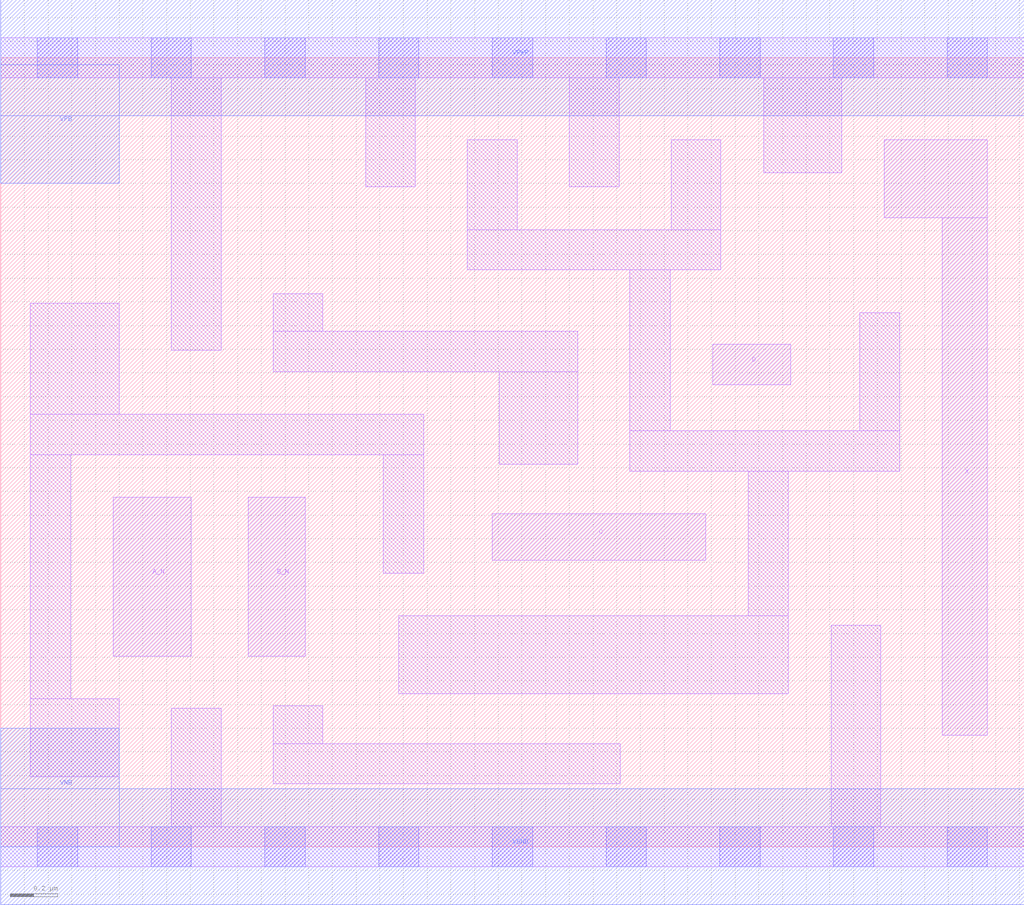
<source format=lef>
# Copyright 2020 The SkyWater PDK Authors
#
# Licensed under the Apache License, Version 2.0 (the "License");
# you may not use this file except in compliance with the License.
# You may obtain a copy of the License at
#
#     https://www.apache.org/licenses/LICENSE-2.0
#
# Unless required by applicable law or agreed to in writing, software
# distributed under the License is distributed on an "AS IS" BASIS,
# WITHOUT WARRANTIES OR CONDITIONS OF ANY KIND, either express or implied.
# See the License for the specific language governing permissions and
# limitations under the License.
#
# SPDX-License-Identifier: Apache-2.0

VERSION 5.5 ;
NAMESCASESENSITIVE ON ;
BUSBITCHARS "[]" ;
DIVIDERCHAR "/" ;
MACRO sky130_fd_sc_lp__and4bb_m
  CLASS CORE ;
  SOURCE USER ;
  ORIGIN  0.000000  0.000000 ;
  SIZE  4.320000 BY  3.330000 ;
  SYMMETRY X Y R90 ;
  SITE unit ;
  PIN A_N
    ANTENNAGATEAREA  0.126000 ;
    DIRECTION INPUT ;
    USE SIGNAL ;
    PORT
      LAYER li1 ;
        RECT 0.475000 0.805000 0.805000 1.475000 ;
    END
  END A_N
  PIN B_N
    ANTENNAGATEAREA  0.126000 ;
    DIRECTION INPUT ;
    USE SIGNAL ;
    PORT
      LAYER li1 ;
        RECT 1.045000 0.805000 1.285000 1.475000 ;
    END
  END B_N
  PIN C
    ANTENNAGATEAREA  0.126000 ;
    DIRECTION INPUT ;
    USE SIGNAL ;
    PORT
      LAYER li1 ;
        RECT 2.075000 1.210000 2.975000 1.405000 ;
    END
  END C
  PIN D
    ANTENNAGATEAREA  0.126000 ;
    DIRECTION INPUT ;
    USE SIGNAL ;
    PORT
      LAYER li1 ;
        RECT 3.005000 1.950000 3.335000 2.120000 ;
    END
  END D
  PIN X
    ANTENNADIFFAREA  0.222600 ;
    DIRECTION OUTPUT ;
    USE SIGNAL ;
    PORT
      LAYER li1 ;
        RECT 3.730000 2.655000 4.165000 2.985000 ;
        RECT 3.975000 0.470000 4.165000 2.655000 ;
    END
  END X
  PIN VGND
    DIRECTION INOUT ;
    USE GROUND ;
    PORT
      LAYER met1 ;
        RECT 0.000000 -0.245000 4.320000 0.245000 ;
    END
  END VGND
  PIN VNB
    DIRECTION INOUT ;
    USE GROUND ;
    PORT
    END
  END VNB
  PIN VPB
    DIRECTION INOUT ;
    USE POWER ;
    PORT
    END
  END VPB
  PIN VNB
    DIRECTION INOUT ;
    USE GROUND ;
    PORT
      LAYER met1 ;
        RECT 0.000000 0.000000 0.500000 0.500000 ;
    END
  END VNB
  PIN VPB
    DIRECTION INOUT ;
    USE POWER ;
    PORT
      LAYER met1 ;
        RECT 0.000000 2.800000 0.500000 3.300000 ;
    END
  END VPB
  PIN VPWR
    DIRECTION INOUT ;
    USE POWER ;
    PORT
      LAYER met1 ;
        RECT 0.000000 3.085000 4.320000 3.575000 ;
    END
  END VPWR
  OBS
    LAYER li1 ;
      RECT 0.000000 -0.085000 4.320000 0.085000 ;
      RECT 0.000000  3.245000 4.320000 3.415000 ;
      RECT 0.125000  0.295000 0.500000 0.625000 ;
      RECT 0.125000  0.625000 0.295000 1.655000 ;
      RECT 0.125000  1.655000 1.785000 1.825000 ;
      RECT 0.125000  1.825000 0.500000 2.295000 ;
      RECT 0.720000  0.085000 0.930000 0.585000 ;
      RECT 0.720000  2.095000 0.930000 3.245000 ;
      RECT 1.150000  0.265000 2.615000 0.435000 ;
      RECT 1.150000  0.435000 1.360000 0.595000 ;
      RECT 1.150000  2.005000 2.435000 2.175000 ;
      RECT 1.150000  2.175000 1.360000 2.335000 ;
      RECT 1.540000  2.785000 1.750000 3.245000 ;
      RECT 1.615000  1.155000 1.785000 1.655000 ;
      RECT 1.680000  0.645000 3.325000 0.975000 ;
      RECT 1.970000  2.435000 3.040000 2.605000 ;
      RECT 1.970000  2.605000 2.180000 2.985000 ;
      RECT 2.105000  1.615000 2.435000 2.005000 ;
      RECT 2.400000  2.785000 2.610000 3.245000 ;
      RECT 2.655000  1.585000 3.795000 1.755000 ;
      RECT 2.655000  1.755000 2.825000 2.435000 ;
      RECT 2.830000  2.605000 3.040000 2.985000 ;
      RECT 3.155000  0.975000 3.325000 1.585000 ;
      RECT 3.220000  2.845000 3.550000 3.245000 ;
      RECT 3.505000  0.085000 3.715000 0.935000 ;
      RECT 3.625000  1.755000 3.795000 2.255000 ;
    LAYER mcon ;
      RECT 0.155000 -0.085000 0.325000 0.085000 ;
      RECT 0.155000  3.245000 0.325000 3.415000 ;
      RECT 0.635000 -0.085000 0.805000 0.085000 ;
      RECT 0.635000  3.245000 0.805000 3.415000 ;
      RECT 1.115000 -0.085000 1.285000 0.085000 ;
      RECT 1.115000  3.245000 1.285000 3.415000 ;
      RECT 1.595000 -0.085000 1.765000 0.085000 ;
      RECT 1.595000  3.245000 1.765000 3.415000 ;
      RECT 2.075000 -0.085000 2.245000 0.085000 ;
      RECT 2.075000  3.245000 2.245000 3.415000 ;
      RECT 2.555000 -0.085000 2.725000 0.085000 ;
      RECT 2.555000  3.245000 2.725000 3.415000 ;
      RECT 3.035000 -0.085000 3.205000 0.085000 ;
      RECT 3.035000  3.245000 3.205000 3.415000 ;
      RECT 3.515000 -0.085000 3.685000 0.085000 ;
      RECT 3.515000  3.245000 3.685000 3.415000 ;
      RECT 3.995000 -0.085000 4.165000 0.085000 ;
      RECT 3.995000  3.245000 4.165000 3.415000 ;
  END
END sky130_fd_sc_lp__and4bb_m
END LIBRARY

</source>
